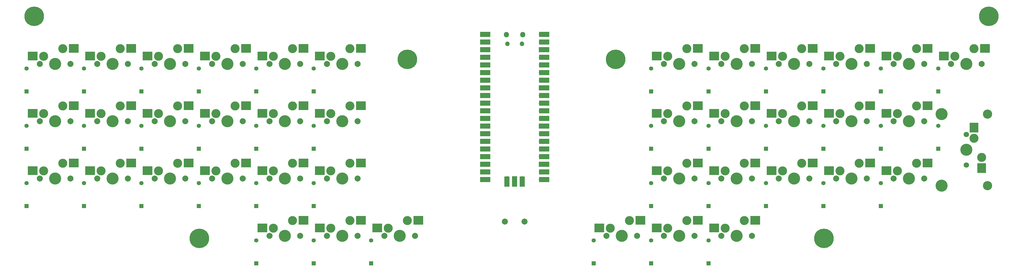
<source format=gbr>
G04 #@! TF.GenerationSoftware,KiCad,Pcbnew,7.0.10*
G04 #@! TF.CreationDate,2024-04-07T15:44:14+09:00*
G04 #@! TF.ProjectId,first_keyboard,66697273-745f-46b6-9579-626f6172642e,rev?*
G04 #@! TF.SameCoordinates,Original*
G04 #@! TF.FileFunction,Soldermask,Bot*
G04 #@! TF.FilePolarity,Negative*
%FSLAX46Y46*%
G04 Gerber Fmt 4.6, Leading zero omitted, Abs format (unit mm)*
G04 Created by KiCad (PCBNEW 7.0.10) date 2024-04-07 15:44:14*
%MOMM*%
%LPD*%
G01*
G04 APERTURE LIST*
%ADD10C,2.000000*%
%ADD11C,3.000000*%
%ADD12C,4.000000*%
%ADD13R,3.300000X3.000000*%
%ADD14C,6.500000*%
%ADD15C,3.050000*%
%ADD16C,1.800000*%
%ADD17R,3.000000X3.300000*%
%ADD18R,1.397000X1.397000*%
%ADD19C,1.397000*%
%ADD20O,1.800000X1.800000*%
%ADD21O,1.500000X1.500000*%
%ADD22O,1.700000X1.700000*%
%ADD23R,3.500000X1.700000*%
%ADD24R,1.700000X1.700000*%
%ADD25R,1.700000X3.500000*%
G04 APERTURE END LIST*
D10*
X256540000Y-115843700D03*
D11*
X257810000Y-113303700D03*
D12*
X261620000Y-115843700D03*
D11*
X264160000Y-110763700D03*
D10*
X266700000Y-115843700D03*
D13*
X254170000Y-113263700D03*
X267770000Y-110723700D03*
D10*
X332740000Y-115843700D03*
D11*
X334010000Y-113303700D03*
D12*
X337820000Y-115843700D03*
D11*
X340360000Y-110763700D03*
D10*
X342900000Y-115843700D03*
D13*
X330370000Y-113263700D03*
X343970000Y-110723700D03*
D10*
X106665000Y-153943700D03*
D11*
X107935000Y-151403700D03*
D12*
X111745000Y-153943700D03*
D11*
X114285000Y-148863700D03*
D10*
X116825000Y-153943700D03*
D13*
X104295000Y-151363700D03*
X117895000Y-148823700D03*
D10*
X275590000Y-115843700D03*
D11*
X276860000Y-113303700D03*
D12*
X280670000Y-115843700D03*
D11*
X283210000Y-110763700D03*
D10*
X285750000Y-115843700D03*
D13*
X273220000Y-113263700D03*
X286820000Y-110723700D03*
D10*
X49515000Y-153943700D03*
D11*
X50785000Y-151403700D03*
D12*
X54595000Y-153943700D03*
D11*
X57135000Y-148863700D03*
D10*
X59675000Y-153943700D03*
D13*
X47145000Y-151363700D03*
X60745000Y-148823700D03*
D14*
X309562500Y-173831200D03*
D10*
X87615000Y-153943700D03*
D11*
X88885000Y-151403700D03*
D12*
X92695000Y-153943700D03*
D11*
X95235000Y-148863700D03*
D10*
X97775000Y-153943700D03*
D13*
X85245000Y-151363700D03*
X98845000Y-148823700D03*
D10*
X106665000Y-115843700D03*
D11*
X107935000Y-113303700D03*
D12*
X111745000Y-115843700D03*
D11*
X114285000Y-110763700D03*
D10*
X116825000Y-115843700D03*
D13*
X104295000Y-113263700D03*
X117895000Y-110723700D03*
D14*
X47625000Y-100012500D03*
X102393800Y-173831200D03*
D10*
X49515000Y-115843700D03*
D11*
X50785000Y-113303700D03*
D12*
X54595000Y-115843700D03*
D11*
X57135000Y-110763700D03*
D10*
X59675000Y-115843700D03*
D13*
X47145000Y-113263700D03*
X60745000Y-110723700D03*
D10*
X237490000Y-172993700D03*
D11*
X238760000Y-170453700D03*
D12*
X242570000Y-172993700D03*
D11*
X245110000Y-167913700D03*
D10*
X247650000Y-172993700D03*
D13*
X235120000Y-170413700D03*
X248720000Y-167873700D03*
D10*
X125715000Y-172993700D03*
D11*
X126985000Y-170453700D03*
D12*
X130795000Y-172993700D03*
D11*
X133335000Y-167913700D03*
D10*
X135875000Y-172993700D03*
D13*
X123345000Y-170413700D03*
X136945000Y-167873700D03*
D10*
X294640000Y-134893700D03*
D11*
X295910000Y-132353700D03*
D12*
X299720000Y-134893700D03*
D11*
X302260000Y-129813700D03*
D10*
X304800000Y-134893700D03*
D13*
X292270000Y-132313700D03*
X305870000Y-129773700D03*
D10*
X275590000Y-153943700D03*
D11*
X276860000Y-151403700D03*
D12*
X280670000Y-153943700D03*
D11*
X283210000Y-148863700D03*
D10*
X285750000Y-153943700D03*
D13*
X273220000Y-151363700D03*
X286820000Y-148823700D03*
D10*
X87615000Y-115843700D03*
D11*
X88885000Y-113303700D03*
D12*
X92695000Y-115843700D03*
D11*
X95235000Y-110763700D03*
D10*
X97775000Y-115843700D03*
D13*
X85245000Y-113263700D03*
X98845000Y-110723700D03*
D10*
X68565000Y-153943700D03*
D11*
X69835000Y-151403700D03*
D12*
X73645000Y-153943700D03*
D11*
X76185000Y-148863700D03*
D10*
X78725000Y-153943700D03*
D13*
X66195000Y-151363700D03*
X79795000Y-148823700D03*
D10*
X275590000Y-172993700D03*
D11*
X276860000Y-170453700D03*
D12*
X280670000Y-172993700D03*
D11*
X283210000Y-167913700D03*
D10*
X285750000Y-172993700D03*
D13*
X273220000Y-170413700D03*
X286820000Y-167873700D03*
D10*
X87615000Y-134893700D03*
D11*
X88885000Y-132353700D03*
D12*
X92695000Y-134893700D03*
D11*
X95235000Y-129813700D03*
D10*
X97775000Y-134893700D03*
D13*
X85245000Y-132313700D03*
X98845000Y-129773700D03*
D10*
X125715000Y-134893700D03*
D11*
X126985000Y-132353700D03*
D12*
X130795000Y-134893700D03*
D11*
X133335000Y-129813700D03*
D10*
X135875000Y-134893700D03*
D13*
X123345000Y-132313700D03*
X136945000Y-129773700D03*
D10*
X256540000Y-153943700D03*
D11*
X257810000Y-151403700D03*
D12*
X261620000Y-153943700D03*
D11*
X264160000Y-148863700D03*
D10*
X266700000Y-153943700D03*
D13*
X254170000Y-151363700D03*
X267770000Y-148823700D03*
D10*
X125715000Y-153943700D03*
D11*
X126985000Y-151403700D03*
D12*
X130795000Y-153943700D03*
D11*
X133335000Y-148863700D03*
D10*
X135875000Y-153943700D03*
D13*
X123345000Y-151363700D03*
X136945000Y-148823700D03*
D10*
X294640000Y-115843700D03*
D11*
X295910000Y-113303700D03*
D12*
X299720000Y-115843700D03*
D11*
X302260000Y-110763700D03*
D10*
X304800000Y-115843700D03*
D13*
X292270000Y-113263700D03*
X305870000Y-110723700D03*
D10*
X294640000Y-153943700D03*
D11*
X295910000Y-151403700D03*
D12*
X299720000Y-153943700D03*
D11*
X302260000Y-148863700D03*
D10*
X304800000Y-153943700D03*
D13*
X292270000Y-151363700D03*
X305870000Y-148823700D03*
D10*
X125715000Y-115843700D03*
D11*
X126985000Y-113303700D03*
D12*
X130795000Y-115843700D03*
D11*
X133335000Y-110763700D03*
D10*
X135875000Y-115843700D03*
D13*
X123345000Y-113263700D03*
X136945000Y-110723700D03*
D10*
X332740000Y-134893700D03*
D11*
X334010000Y-132353700D03*
D12*
X337820000Y-134893700D03*
D11*
X340360000Y-129813700D03*
D10*
X342900000Y-134893700D03*
D13*
X330370000Y-132313700D03*
X343970000Y-129773700D03*
D15*
X363870000Y-132518700D03*
D12*
X348630000Y-132518700D03*
D16*
X356870000Y-139338700D03*
D11*
X359410000Y-140608700D03*
D12*
X356870000Y-144418700D03*
D11*
X361950000Y-146958700D03*
D16*
X356870000Y-149498700D03*
D15*
X363870000Y-156318700D03*
D12*
X348630000Y-156318700D03*
D17*
X359410000Y-137018700D03*
X361950000Y-150518700D03*
D10*
X256540000Y-134893700D03*
D11*
X257810000Y-132353700D03*
D12*
X261620000Y-134893700D03*
D11*
X264160000Y-129813700D03*
D10*
X266700000Y-134893700D03*
D13*
X254170000Y-132313700D03*
X267770000Y-129773700D03*
D14*
X364331300Y-100012500D03*
D10*
X163815000Y-172993700D03*
D11*
X165085000Y-170453700D03*
D12*
X168895000Y-172993700D03*
D11*
X171435000Y-167913700D03*
D10*
X173975000Y-172993700D03*
D13*
X161445000Y-170413700D03*
X175045000Y-167873700D03*
D10*
X313690000Y-115843700D03*
D11*
X314960000Y-113303700D03*
D12*
X318770000Y-115843700D03*
D11*
X321310000Y-110763700D03*
D10*
X323850000Y-115843700D03*
D13*
X311320000Y-113263700D03*
X324920000Y-110723700D03*
D10*
X256540000Y-172993700D03*
D11*
X257810000Y-170453700D03*
D12*
X261620000Y-172993700D03*
D11*
X264160000Y-167913700D03*
D10*
X266700000Y-172993700D03*
D13*
X254170000Y-170413700D03*
X267770000Y-167873700D03*
D10*
X68565000Y-115843700D03*
D11*
X69835000Y-113303700D03*
D12*
X73645000Y-115843700D03*
D11*
X76185000Y-110763700D03*
D10*
X78725000Y-115843700D03*
D13*
X66195000Y-113263700D03*
X79795000Y-110723700D03*
D10*
X275590000Y-134893700D03*
D11*
X276860000Y-132353700D03*
D12*
X280670000Y-134893700D03*
D11*
X283210000Y-129813700D03*
D10*
X285750000Y-134893700D03*
D13*
X273220000Y-132313700D03*
X286820000Y-129773700D03*
D10*
X49515000Y-134893700D03*
D11*
X50785000Y-132353700D03*
D12*
X54595000Y-134893700D03*
D11*
X57135000Y-129813700D03*
D10*
X59675000Y-134893700D03*
D13*
X47145000Y-132313700D03*
X60745000Y-129773700D03*
D10*
X68565000Y-134893700D03*
D11*
X69835000Y-132353700D03*
D12*
X73645000Y-134893700D03*
D11*
X76185000Y-129813700D03*
D10*
X78725000Y-134893700D03*
D13*
X66195000Y-132313700D03*
X79795000Y-129773700D03*
D10*
X144765000Y-115843700D03*
D11*
X146035000Y-113303700D03*
D12*
X149845000Y-115843700D03*
D11*
X152385000Y-110763700D03*
D10*
X154925000Y-115843700D03*
D13*
X142395000Y-113263700D03*
X155995000Y-110723700D03*
D10*
X144765000Y-134893700D03*
D11*
X146035000Y-132353700D03*
D12*
X149845000Y-134893700D03*
D11*
X152385000Y-129813700D03*
D10*
X154925000Y-134893700D03*
D13*
X142395000Y-132313700D03*
X155995000Y-129773700D03*
D10*
X332740000Y-153943700D03*
D11*
X334010000Y-151403700D03*
D12*
X337820000Y-153943700D03*
D11*
X340360000Y-148863700D03*
D10*
X342900000Y-153943700D03*
D13*
X330370000Y-151363700D03*
X343970000Y-148823700D03*
D14*
X171450000Y-114300000D03*
D10*
X106665000Y-134893700D03*
D11*
X107935000Y-132353700D03*
D12*
X111745000Y-134893700D03*
D11*
X114285000Y-129813700D03*
D10*
X116825000Y-134893700D03*
D13*
X104295000Y-132313700D03*
X117895000Y-129773700D03*
D10*
X144765000Y-153943700D03*
D11*
X146035000Y-151403700D03*
D12*
X149845000Y-153943700D03*
D11*
X152385000Y-148863700D03*
D10*
X154925000Y-153943700D03*
D13*
X142395000Y-151363700D03*
X155995000Y-148823700D03*
D14*
X240506300Y-114300000D03*
D10*
X144765000Y-172993700D03*
D11*
X146035000Y-170453700D03*
D12*
X149845000Y-172993700D03*
D11*
X152385000Y-167913700D03*
D10*
X154925000Y-172993700D03*
D13*
X142395000Y-170413700D03*
X155995000Y-167873700D03*
D10*
X210245000Y-168231200D03*
X203745000Y-168231200D03*
X351790000Y-115843700D03*
D11*
X353060000Y-113303700D03*
D12*
X356870000Y-115843700D03*
D11*
X359410000Y-110763700D03*
D10*
X361950000Y-115843700D03*
D13*
X349420000Y-113263700D03*
X363020000Y-110723700D03*
D10*
X313690000Y-153943700D03*
D11*
X314960000Y-151403700D03*
D12*
X318770000Y-153943700D03*
D11*
X321310000Y-148863700D03*
D10*
X323850000Y-153943700D03*
D13*
X311320000Y-151363700D03*
X324920000Y-148823700D03*
D10*
X313690000Y-134893700D03*
D11*
X314960000Y-132353700D03*
D12*
X318770000Y-134893700D03*
D11*
X321310000Y-129813700D03*
D10*
X323850000Y-134893700D03*
D13*
X311320000Y-132313700D03*
X324920000Y-129773700D03*
D18*
X252238800Y-163122400D03*
D19*
X252238800Y-155502400D03*
D18*
X290338800Y-163122400D03*
D19*
X290338800Y-155502400D03*
D18*
X83170000Y-163122400D03*
D19*
X83170000Y-155502400D03*
D18*
X271288800Y-125022400D03*
D19*
X271288800Y-117402400D03*
D18*
X64120000Y-144072400D03*
D19*
X64120000Y-136452400D03*
D18*
X328438800Y-125022400D03*
D19*
X328438800Y-117402400D03*
D18*
X140320000Y-144072400D03*
D19*
X140320000Y-136452400D03*
D18*
X121270000Y-163122400D03*
D19*
X121270000Y-155502400D03*
D18*
X140320000Y-163122400D03*
D19*
X140320000Y-155502400D03*
D18*
X271288800Y-163122400D03*
D19*
X271288800Y-155502400D03*
D18*
X64120000Y-163122400D03*
D19*
X64120000Y-155502400D03*
D18*
X121270000Y-182172400D03*
D19*
X121270000Y-174552400D03*
D18*
X140320000Y-182172400D03*
D19*
X140320000Y-174552400D03*
D18*
X83170000Y-144072400D03*
D19*
X83170000Y-136452400D03*
D18*
X309388800Y-163122400D03*
D19*
X309388800Y-155502400D03*
D18*
X271288800Y-144072400D03*
D19*
X271288800Y-136452400D03*
D18*
X45070000Y-144072400D03*
D19*
X45070000Y-136452400D03*
D18*
X121270000Y-125022400D03*
D19*
X121270000Y-117402400D03*
D18*
X252238800Y-182172400D03*
D19*
X252238800Y-174552400D03*
D18*
X290338800Y-144072400D03*
D19*
X290338800Y-136452400D03*
D18*
X252238800Y-144072400D03*
D19*
X252238800Y-136452400D03*
D18*
X328438800Y-163122400D03*
D19*
X328438800Y-155502400D03*
D18*
X102220000Y-144072400D03*
D19*
X102220000Y-136452400D03*
D18*
X45070000Y-125022400D03*
D19*
X45070000Y-117402400D03*
D18*
X140320000Y-125022400D03*
D19*
X140320000Y-117402400D03*
D18*
X347488800Y-144072400D03*
D19*
X347488800Y-136452400D03*
D18*
X271288800Y-182172400D03*
D19*
X271288800Y-174552400D03*
D18*
X328438800Y-144072400D03*
D19*
X328438800Y-136452400D03*
D18*
X102220000Y-125022400D03*
D19*
X102220000Y-117402400D03*
D18*
X252238800Y-125022400D03*
D19*
X252238800Y-117402400D03*
D18*
X64120000Y-125022400D03*
D19*
X64120000Y-117402400D03*
D18*
X290338800Y-125022400D03*
D19*
X290338800Y-117402400D03*
D18*
X233188800Y-182172400D03*
D19*
X233188800Y-174552400D03*
D18*
X45070000Y-163122400D03*
D19*
X45070000Y-155502400D03*
D18*
X347488800Y-125022400D03*
D19*
X347488800Y-117402400D03*
D18*
X159370000Y-182172400D03*
D19*
X159370000Y-174552400D03*
D18*
X102220000Y-163122400D03*
D19*
X102220000Y-155502400D03*
D20*
X209720000Y-106131200D03*
D21*
X209420000Y-109161200D03*
X204570000Y-109161200D03*
D20*
X204270000Y-106131200D03*
D22*
X215885000Y-106001200D03*
D23*
X216785000Y-106001200D03*
D22*
X215885000Y-108541200D03*
D23*
X216785000Y-108541200D03*
D24*
X215885000Y-111081200D03*
D23*
X216785000Y-111081200D03*
D22*
X215885000Y-113621200D03*
D23*
X216785000Y-113621200D03*
D22*
X215885000Y-116161200D03*
D23*
X216785000Y-116161200D03*
D22*
X215885000Y-118701200D03*
D23*
X216785000Y-118701200D03*
D22*
X215885000Y-121241200D03*
D23*
X216785000Y-121241200D03*
D24*
X215885000Y-123781200D03*
D23*
X216785000Y-123781200D03*
D22*
X215885000Y-126321200D03*
D23*
X216785000Y-126321200D03*
D22*
X215885000Y-128861200D03*
D23*
X216785000Y-128861200D03*
D22*
X215885000Y-131401200D03*
D23*
X216785000Y-131401200D03*
D22*
X215885000Y-133941200D03*
D23*
X216785000Y-133941200D03*
D24*
X215885000Y-136481200D03*
D23*
X216785000Y-136481200D03*
D22*
X215885000Y-139021200D03*
D23*
X216785000Y-139021200D03*
D22*
X215885000Y-141561200D03*
D23*
X216785000Y-141561200D03*
D22*
X215885000Y-144101200D03*
D23*
X216785000Y-144101200D03*
D22*
X215885000Y-146641200D03*
D23*
X216785000Y-146641200D03*
D24*
X215885000Y-149181200D03*
D23*
X216785000Y-149181200D03*
D22*
X215885000Y-151721200D03*
D23*
X216785000Y-151721200D03*
D22*
X215885000Y-154261200D03*
D23*
X216785000Y-154261200D03*
D22*
X198105000Y-154261200D03*
D23*
X197205000Y-154261200D03*
D22*
X198105000Y-151721200D03*
D23*
X197205000Y-151721200D03*
D24*
X198105000Y-149181200D03*
D23*
X197205000Y-149181200D03*
D22*
X198105000Y-146641200D03*
D23*
X197205000Y-146641200D03*
D22*
X198105000Y-144101200D03*
D23*
X197205000Y-144101200D03*
D22*
X198105000Y-141561200D03*
D23*
X197205000Y-141561200D03*
D22*
X198105000Y-139021200D03*
D23*
X197205000Y-139021200D03*
D24*
X198105000Y-136481200D03*
D23*
X197205000Y-136481200D03*
D22*
X198105000Y-133941200D03*
D23*
X197205000Y-133941200D03*
D22*
X198105000Y-131401200D03*
D23*
X197205000Y-131401200D03*
D22*
X198105000Y-128861200D03*
D23*
X197205000Y-128861200D03*
D22*
X198105000Y-126321200D03*
D23*
X197205000Y-126321200D03*
D24*
X198105000Y-123781200D03*
D23*
X197205000Y-123781200D03*
D22*
X198105000Y-121241200D03*
D23*
X197205000Y-121241200D03*
D22*
X198105000Y-118701200D03*
D23*
X197205000Y-118701200D03*
D22*
X198105000Y-116161200D03*
D23*
X197205000Y-116161200D03*
D22*
X198105000Y-113621200D03*
D23*
X197205000Y-113621200D03*
D24*
X198105000Y-111081200D03*
D23*
X197205000Y-111081200D03*
D22*
X198105000Y-108541200D03*
D23*
X197205000Y-108541200D03*
D22*
X198105000Y-106001200D03*
D23*
X197205000Y-106001200D03*
D22*
X209535000Y-154031200D03*
D25*
X209535000Y-154931200D03*
D24*
X206995000Y-154031200D03*
D25*
X206995000Y-154931200D03*
D22*
X204455000Y-154031200D03*
D25*
X204455000Y-154931200D03*
D18*
X309388800Y-144072400D03*
D19*
X309388800Y-136452400D03*
D18*
X121270000Y-144072400D03*
D19*
X121270000Y-136452400D03*
D18*
X83170000Y-125022400D03*
D19*
X83170000Y-117402400D03*
D18*
X309388800Y-125022400D03*
D19*
X309388800Y-117402400D03*
M02*

</source>
